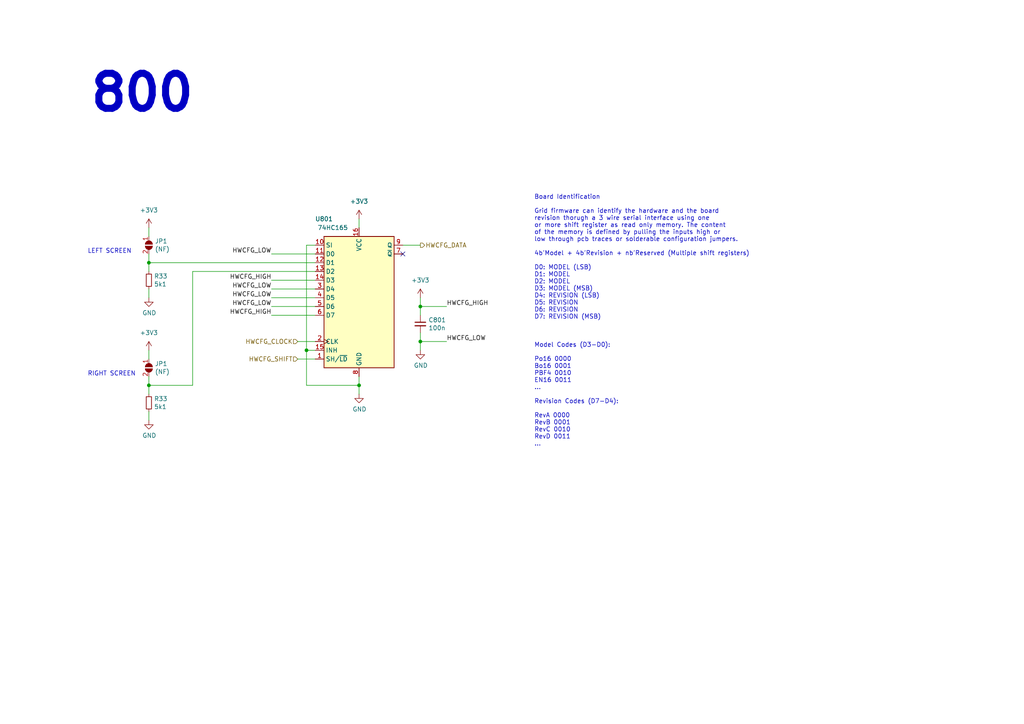
<source format=kicad_sch>
(kicad_sch (version 20230121) (generator eeschema)
  (paper "A4")
  (lib_symbols
    (symbol "power:+3V3" (power) (pin_names (offset 0))
      (property "Value" "+3V3" (at 0 3.556 0))
      (symbol "+3V3_0_1"
        (polyline (pts (xy -0.762 1.27) (xy 0 2.54)))
        (polyline (pts (xy 0 0) (xy 0 2.54)))
        (polyline (pts (xy 0 2.54) (xy 0.762 1.27)))
      )
      (symbol "+3V3_1_1"
        (pin power_in line (at 0 0 90) (length 0) hide (name "+3V3") (number "1"))
      )
    )
    (symbol "power:GND" (power) (pin_names (offset 0))
      (property "Value" "GND" (at 0 -3.81 0))
      (symbol "GND_0_1"
        (polyline (pts (xy 0 0) (xy 0 -1.27) (xy 1.27 -1.27) (xy 0 -2.54) (xy -1.27 -1.27) (xy 0 -1.27)))
      )
      (symbol "GND_1_1"
        (pin power_in line (at 0 0 270) (length 0) hide (name "GND") (number "1"))
      )
    )
    (symbol "suku_basics:74HC165"
      (property "Reference" "U" (at -15.24 25.4 0))
      (property "Value" "74HC165" (at -12.7 20.32 0))
      (symbol "74HC165_1_0"
        (pin input line (at -12.7 12.7 0) (length 2.54) (name "D0") (number "11"))
        (pin input line (at -12.7 10.16 0) (length 2.54) (name "D1") (number "12"))
        (pin input line (at -12.7 7.62 0) (length 2.54) (name "D2") (number "13"))
        (pin input line (at -12.7 5.08 0) (length 2.54) (name "D3") (number "14"))
        (pin power_in line (at 0 20.32 270) (length 2.54) (name "VCC") (number "16"))
        (pin input clock (at -12.7 -12.7 0) (length 2.54) (name "CLK") (number "2"))
        (pin input line (at -12.7 2.54 0) (length 2.54) (name "D4") (number "3"))
        (pin input line (at -12.7 0 0) (length 2.54) (name "D5") (number "4"))
        (pin input line (at -12.7 -2.54 0) (length 2.54) (name "D6") (number "5"))
        (pin input line (at -12.7 -5.08 0) (length 2.54) (name "D7") (number "6"))
        (pin power_in line (at 0 -22.86 90) (length 2.54) (name "GND") (number "8"))
        (pin output line (at 12.7 15.24 180) (length 2.54) (name "Q") (number "9"))
      )
      (symbol "74HC165_1_1"
        (rectangle (start -10.16 17.78) (end 10.16 -20.32) (stroke (width 0.254)) (fill (type background)))
        (pin input line (at -12.7 -17.78 0) (length 2.54) (name "SH/~{LD}") (number "1"))
        (pin input line (at -12.7 15.24 0) (length 2.54) (name "SI") (number "10"))
        (pin input line (at -12.7 -15.24 0) (length 2.54) (name "INH") (number "15"))
        (pin output line (at 12.7 12.7 180) (length 2.54) (name "~{Q}") (number "7"))
      )
    )
    (symbol "suku_basics:CAP" (pin_numbers hide) (pin_names (offset 0.254) hide)
      (property "Reference" "C" (at 0.254 1.778 0))
      (symbol "CAP_0_1"
        (polyline (pts (xy -1.524 -0.508) (xy 1.524 -0.508)) (stroke (width 0.3302)))
        (polyline (pts (xy -1.524 0.508) (xy 1.524 0.508)) (stroke (width 0.3048)))
      )
      (symbol "CAP_1_1"
        (pin passive line (at 0 2.54 270) (length 2.032) (name "~") (number "1"))
        (pin passive line (at 0 -2.54 90) (length 2.032) (name "~") (number "2"))
      )
    )
    (symbol "suku_basics:JP_SolderJumper_2_Open" (pin_names (offset 0) hide)
      (property "Reference" "JP" (at 0 2.032 0))
      (property "Value" "JP_SolderJumper_2_Open" (at 0 -2.54 0))
      (symbol "JP_SolderJumper_2_Open_0_1"
        (arc (start -0.254 1.016) (mid -1.2656 0) (end -0.254 -1.016))
        (arc (start -0.254 1.016) (mid -1.2656 0) (end -0.254 -1.016) (fill (type outline)))
        (polyline (pts (xy -0.254 1.016) (xy -0.254 -1.016)))
        (polyline (pts (xy 0.254 1.016) (xy 0.254 -1.016)))
        (arc (start 0.254 -1.016) (mid 1.2656 0) (end 0.254 1.016))
        (arc (start 0.254 -1.016) (mid 1.2656 0) (end 0.254 1.016) (fill (type outline)))
      )
      (symbol "JP_SolderJumper_2_Open_1_1"
        (pin passive line (at -2.54 0 0) (length 1.27) (name "A") (number "1"))
        (pin passive line (at 2.54 0 180) (length 1.27) (name "B") (number "2"))
      )
    )
    (symbol "suku_basics:RES" (pin_numbers hide) (pin_names (offset 0.254) hide)
      (property "Reference" "R" (at 0.762 0.508 0))
      (property "Value" "RES" (at 0.762 -1.016 0))
      (symbol "RES_1_1"
        (rectangle (start -0.762 1.778) (end 0.762 -1.778) (stroke (width 0.2032)))
        (pin passive line (at 0 2.54 270) (length 0.762) (name "~") (number "1"))
        (pin passive line (at 0 -2.54 90) (length 0.762) (name "~") (number "2"))
      )
    )
  )
  (junction (at 43.18 111.76))
  (junction (at 43.18 76.2))
  (junction (at 104.14 111.76))
  (junction (at 88.9 101.6))
  (junction (at 121.92 99.06))
  (junction (at 121.92 88.9))
  (no_connect (at 116.84 73.66))
  (wire (pts (xy 43.18 109.22) (xy 43.18 111.76)))
  (wire (pts (xy 88.9 71.12) (xy 88.9 101.6)))
  (wire (pts (xy 91.44 83.82) (xy 78.74 83.82)))
  (wire (pts (xy 55.88 111.76) (xy 55.88 78.74)))
  (wire (pts (xy 104.14 111.76) (xy 104.14 109.22)))
  (wire (pts (xy 91.44 101.6) (xy 88.9 101.6)))
  (wire (pts (xy 91.44 99.06) (xy 86.36 99.06)))
  (wire (pts (xy 91.44 86.36) (xy 78.74 86.36)))
  (wire (pts (xy 91.44 88.9) (xy 78.74 88.9)))
  (wire (pts (xy 43.18 76.2) (xy 91.44 76.2)))
  (wire (pts (xy 104.14 63.5) (xy 104.14 66.04)))
  (wire (pts (xy 43.18 111.76) (xy 55.88 111.76)))
  (wire (pts (xy 78.74 91.44) (xy 91.44 91.44)))
  (wire (pts (xy 104.14 114.3) (xy 104.14 111.76)))
  (wire (pts (xy 43.18 121.92) (xy 43.18 119.38)))
  (wire (pts (xy 43.18 73.66) (xy 43.18 76.2)))
  (wire (pts (xy 43.18 66.04) (xy 43.18 68.58)))
  (wire (pts (xy 43.18 86.36) (xy 43.18 83.82)))
  (wire (pts (xy 121.92 99.06) (xy 121.92 101.6)))
  (wire (pts (xy 43.18 76.2) (xy 43.18 78.74)))
  (wire (pts (xy 91.44 71.12) (xy 88.9 71.12)))
  (wire (pts (xy 78.74 73.66) (xy 91.44 73.66)))
  (wire (pts (xy 121.92 96.52) (xy 121.92 99.06)))
  (wire (pts (xy 88.9 101.6) (xy 88.9 111.76)))
  (wire (pts (xy 121.92 88.9) (xy 121.92 91.44)))
  (wire (pts (xy 43.18 101.6) (xy 43.18 104.14)))
  (wire (pts (xy 88.9 111.76) (xy 104.14 111.76)))
  (wire (pts (xy 91.44 81.28) (xy 78.74 81.28)))
  (wire (pts (xy 43.18 111.76) (xy 43.18 114.3)))
  (wire (pts (xy 116.84 71.12) (xy 121.92 71.12)))
  (wire (pts (xy 121.92 88.9) (xy 129.54 88.9)))
  (wire (pts (xy 121.92 86.36) (xy 121.92 88.9)))
  (wire (pts (xy 121.92 99.06) (xy 129.54 99.06)))
  (wire (pts (xy 55.88 78.74) (xy 91.44 78.74)))
  (wire (pts (xy 91.44 104.14) (xy 86.36 104.14)))
  (text "800" (at 25.4 33.02 0) (effects (font (size 10.16 10.16) (thickness 2.032) bold) (justify left bottom)))
  (text "Board Identification\n\nGrid firmware can identify the hardware and the board \nrevision thorugh a 3 wire serial interface using one \nor more shift register as read only memory. The content\nof the memory is defined by pulling the inputs high or\nlow through pcb traces or solderable configuration jumpers.\n\n4b'Model + 4b'Revision + nb'Reserved (Multiple shift registers)\n\nD0: MODEL (LSB)\nD1: MODEL\nD2: MODEL\nD3: MODEL (MSB)\nD4: REVISION (LSB)\nD5: REVISION\nD6: REVISION\nD7: REVISION (MSB)\n\n\n\nModel Codes (D3-D0):\n\nPo16 0000\nBo16 0001\nPBF4 0010\nEN16 0011\n...\n\nRevision Codes (D7-D4):\n\nRevA 0000\nRevB 0001\nRevC 0010\nRevD 0011\n...\n" (at 154.94 129.54 0) (effects (font (size 1.27 1.27)) (justify left bottom)))
  (text "LEFT SCREEN" (at 25.4 73.66 0) (effects (font (size 1.27 1.27)) (justify left bottom)))
  (text "RIGHT SCREEN" (at 25.4 109.22 0) (effects (font (size 1.27 1.27)) (justify left bottom)))
  (label "HWCFG_LOW" (at 129.54 99.06 0))
  (label "HWCFG_HIGH" (at 78.74 81.28 180))
  (label "HWCFG_LOW" (at 78.74 83.82 180))
  (label "HWCFG_LOW" (at 78.74 86.36 180))
  (label "HWCFG_HIGH" (at 129.54 88.9 0))
  (label "HWCFG_LOW" (at 78.74 73.66 180))
  (label "HWCFG_HIGH" (at 78.74 91.44 180))
  (label "HWCFG_LOW" (at 78.74 88.9 180))
  (hierarchical_label "HWCFG_CLOCK" (shape input) (at 86.36 99.06 180))
  (hierarchical_label "HWCFG_SHIFT" (shape input) (at 86.36 104.14 180))
  (hierarchical_label "HWCFG_DATA" (shape output) (at 121.92 71.12 0))
  (symbol (lib_id "suku_basics:74HC165") (at 104.14 86.36 0) (unit 1)
    (property "Reference" "U801" (at 93.98 63.5 0))
    (property "Value" "74HC165" (at 96.52 66.04 0))
    (property "Footprint" "suku_basics:SOIC-16_74HC165" (effects hide))
    (property "Datasheet" "http://www.ti.com/lit/ds/symlink/sn74hc595.pdf" (effects hide))
  )
  (symbol (lib_id "power:GND") (at 104.14 114.3 0) (unit 1)
    (property "Reference" "#PWR0852" (effects hide))
    (property "Value" "GND" (at 104.267 118.6942 0))
  )
  (symbol (lib_id "suku_basics:CAP") (at 121.92 93.98 0) (unit 1)
    (property "Reference" "C801" (at 124.2568 92.8116 0) (effects (justify left)))
    (property "Value" "100n" (at 124.2568 95.123 0) (effects (justify left)))
    (property "Footprint" "suku_basics:CAP_0402" (effects hide))
  )
  (symbol (lib_id "power:GND") (at 121.92 101.6 0) (unit 1)
    (property "Reference" "#PWR0851" (effects hide))
    (property "Value" "GND" (at 122.047 105.9942 0))
  )
  (symbol (lib_id "power:+3V3") (at 104.14 63.5 0) (unit 1)
    (property "Reference" "#PWR0832" (effects hide))
    (property "Value" "+3V3" (at 104.14 58.42 0))
  )
  (symbol (lib_id "power:GND") (at 43.18 121.92 0) (unit 1)
    (property "Reference" "#PWR0152" (effects hide))
    (property "Value" "GND" (at 43.307 126.3142 0))
    (instances (project "HWCFG" (path "" (reference "#PWR0152") (unit 1))) (project "PCBA-TEK1" (path "" (reference "#PWR0853") (unit 1))))
  )
  (symbol (lib_id "power:+3V3") (at 43.18 101.6 0) (unit 1)
    (property "Reference" "#PWR0850" (effects hide))
    (property "Value" "+3V3" (at 43.18 96.52 0))
  )
  (symbol (lib_id "suku_basics:JP_SolderJumper_2_Open") (at 43.18 106.68 270) (unit 1)
    (property "Reference" "JP1" (at 44.9072 105.5116 90) (effects (justify left)))
    (property "Value" "(NF)" (at 44.9072 107.823 90) (effects (justify left)))
    (property "Footprint" "Jumper:SolderJumper-2_P1.3mm_Open_TrianglePad1.0x1.5mm" (effects hide))
    (instances (project "HWCFG" (path "" (reference "JP1") (unit 1))) (project "PCBA-TEK1" (path "" (reference "JP802") (unit 1))))
  )
  (symbol (lib_id "power:+3V3") (at 43.18 66.04 0) (unit 1)
    (property "Reference" "#PWR0847" (effects hide))
    (property "Value" "+3V3" (at 43.18 60.96 0))
  )
  (symbol (lib_id "suku_basics:RES") (at 43.18 116.84 0) (unit 1)
    (property "Reference" "R33" (at 44.6786 115.6716 0) (effects (justify left)))
    (property "Value" "5k1" (at 44.6786 117.983 0) (effects (justify left)))
    (property "Footprint" "suku_basics:RES_0402" (effects hide))
    (instances (project "HWCFG" (path "" (reference "R33") (unit 1))) (project "PCBA-TEK1" (path "" (reference "R802") (unit 1))))
  )
  (symbol (lib_id "power:GND") (at 43.18 86.36 0) (unit 1)
    (property "Reference" "#PWR0152" (effects hide))
    (property "Value" "GND" (at 43.307 90.7542 0))
    (instances (project "HWCFG" (path "" (reference "#PWR0152") (unit 1))) (project "PCBA-TEK1" (path "" (reference "#PWR0848") (unit 1))))
  )
  (symbol (lib_id "suku_basics:RES") (at 43.18 81.28 0) (unit 1)
    (property "Reference" "R33" (at 44.6786 80.1116 0) (effects (justify left)))
    (property "Value" "5k1" (at 44.6786 82.423 0) (effects (justify left)))
    (property "Footprint" "suku_basics:RES_0402" (effects hide))
    (instances (project "HWCFG" (path "" (reference "R33") (unit 1))) (project "PCBA-TEK1" (path "" (reference "R801") (unit 1))))
  )
  (symbol (lib_id "power:+3V3") (at 121.92 86.36 0) (unit 1)
    (property "Reference" "#PWR0849" (effects hide))
    (property "Value" "+3V3" (at 121.92 81.28 0))
  )
  (symbol (lib_id "suku_basics:JP_SolderJumper_2_Open") (at 43.18 71.12 270) (unit 1)
    (property "Reference" "JP1" (at 44.9072 69.9516 90) (effects (justify left)))
    (property "Value" "(NF)" (at 44.9072 72.263 90) (effects (justify left)))
    (property "Footprint" "Jumper:SolderJumper-2_P1.3mm_Open_TrianglePad1.0x1.5mm" (effects hide))
    (instances (project "HWCFG" (path "" (reference "JP1") (unit 1))) (project "PCBA-TEK1" (path "" (reference "JP801") (unit 1))))
  )
)
</source>
